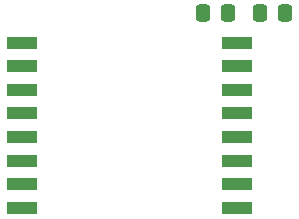
<source format=gbr>
%TF.GenerationSoftware,KiCad,Pcbnew,8.0.8*%
%TF.CreationDate,2025-03-02T22:10:18+01:00*%
%TF.ProjectId,RFM69HW Breakout,52464d36-3948-4572-9042-7265616b6f75,rev?*%
%TF.SameCoordinates,Original*%
%TF.FileFunction,Paste,Top*%
%TF.FilePolarity,Positive*%
%FSLAX46Y46*%
G04 Gerber Fmt 4.6, Leading zero omitted, Abs format (unit mm)*
G04 Created by KiCad (PCBNEW 8.0.8) date 2025-03-02 22:10:18*
%MOMM*%
%LPD*%
G01*
G04 APERTURE LIST*
G04 Aperture macros list*
%AMRoundRect*
0 Rectangle with rounded corners*
0 $1 Rounding radius*
0 $2 $3 $4 $5 $6 $7 $8 $9 X,Y pos of 4 corners*
0 Add a 4 corners polygon primitive as box body*
4,1,4,$2,$3,$4,$5,$6,$7,$8,$9,$2,$3,0*
0 Add four circle primitives for the rounded corners*
1,1,$1+$1,$2,$3*
1,1,$1+$1,$4,$5*
1,1,$1+$1,$6,$7*
1,1,$1+$1,$8,$9*
0 Add four rect primitives between the rounded corners*
20,1,$1+$1,$2,$3,$4,$5,0*
20,1,$1+$1,$4,$5,$6,$7,0*
20,1,$1+$1,$6,$7,$8,$9,0*
20,1,$1+$1,$8,$9,$2,$3,0*%
G04 Aperture macros list end*
%ADD10RoundRect,0.250000X0.337500X0.475000X-0.337500X0.475000X-0.337500X-0.475000X0.337500X-0.475000X0*%
%ADD11RoundRect,0.250000X-0.337500X-0.475000X0.337500X-0.475000X0.337500X0.475000X-0.337500X0.475000X0*%
%ADD12R,2.500000X1.000000*%
G04 APERTURE END LIST*
D10*
%TO.C,C1*%
X166137500Y-83980800D03*
X164062500Y-83980800D03*
%TD*%
D11*
%TO.C,C2*%
X168888500Y-83980800D03*
X170963500Y-83980800D03*
%TD*%
D12*
%TO.C,U1*%
X166901200Y-100445200D03*
X166901200Y-98445200D03*
X166901200Y-96445200D03*
X166901200Y-94445200D03*
X166901200Y-92445200D03*
X166901200Y-90445200D03*
X166901200Y-88445200D03*
X166901200Y-86445200D03*
X148701200Y-86445200D03*
X148701200Y-88445200D03*
X148701200Y-90445200D03*
X148701200Y-92445200D03*
X148701200Y-94445200D03*
X148701200Y-96445200D03*
X148701200Y-98445200D03*
X148701200Y-100445200D03*
%TD*%
M02*

</source>
